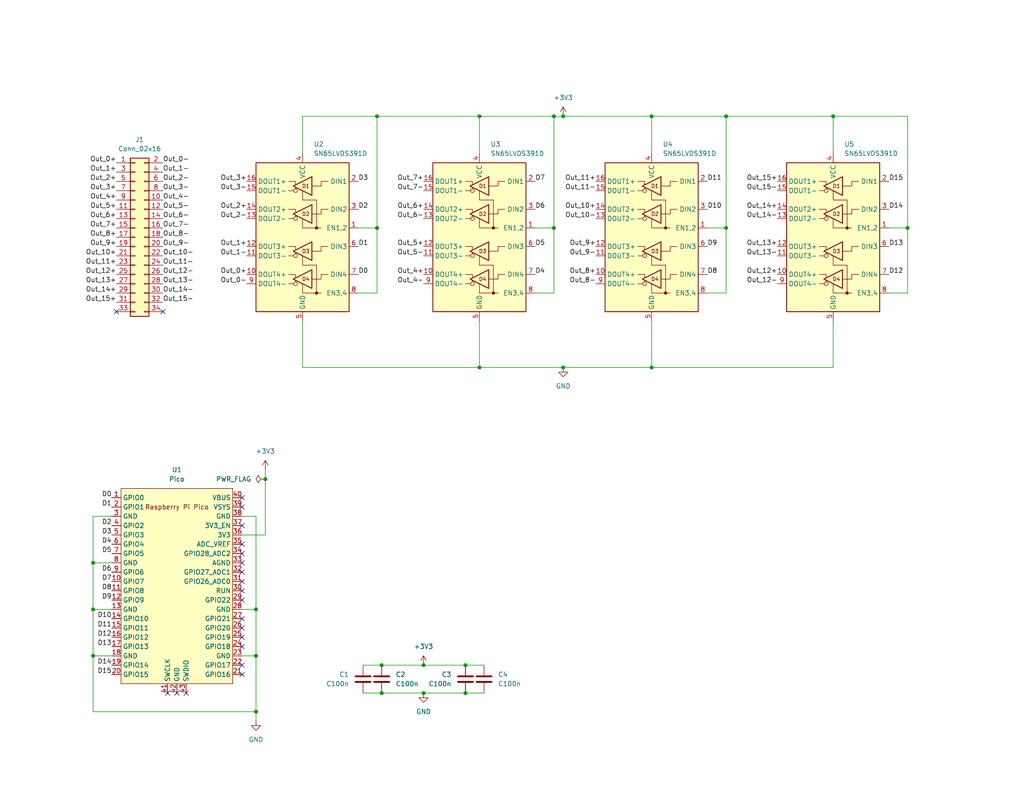
<source format=kicad_sch>
(kicad_sch (version 20231120) (generator "eeschema") (generator_version "8.0")
  (paper "USLetter")
  (title_block (title "PicoLVDS") (date "2025-02-20") (rev "2") (company "SpinQuest DAQ") (comment 1 "Noah Paladino"))
  (lib_symbols
    (symbol "Connector_Generic:Conn_02x17_Odd_Even" (pin_names (offset 1.016) hide)
      (property "Reference" "J" (at 1.27 22.86 0))
      (property "Value" "Conn_02x17_Odd_Even" (at 1.27 -22.86 0))
      (symbol "Conn_02x17_Odd_Even_1_1"
        (rectangle (start -1.27 -20.193) (end 0 -20.447) (stroke (width 0.1524)))
        (rectangle (start -1.27 -17.653) (end 0 -17.907) (stroke (width 0.1524)))
        (rectangle (start -1.27 -15.113) (end 0 -15.367) (stroke (width 0.1524)))
        (rectangle (start -1.27 -12.573) (end 0 -12.827) (stroke (width 0.1524)))
        (rectangle (start -1.27 -10.033) (end 0 -10.287) (stroke (width 0.1524)))
        (rectangle (start -1.27 -7.493) (end 0 -7.747) (stroke (width 0.1524)))
        (rectangle (start -1.27 -4.953) (end 0 -5.207) (stroke (width 0.1524)))
        (rectangle (start -1.27 -2.413) (end 0 -2.667) (stroke (width 0.1524)))
        (rectangle (start -1.27 0.127) (end 0 -0.127) (stroke (width 0.1524)))
        (rectangle (start -1.27 2.667) (end 0 2.413) (stroke (width 0.1524)))
        (rectangle (start -1.27 5.207) (end 0 4.953) (stroke (width 0.1524)))
        (rectangle (start -1.27 7.747) (end 0 7.493) (stroke (width 0.1524)))
        (rectangle (start -1.27 10.287) (end 0 10.033) (stroke (width 0.1524)))
        (rectangle (start -1.27 12.827) (end 0 12.573) (stroke (width 0.1524)))
        (rectangle (start -1.27 15.367) (end 0 15.113) (stroke (width 0.1524)))
        (rectangle (start -1.27 17.907) (end 0 17.653) (stroke (width 0.1524)))
        (rectangle (start -1.27 20.447) (end 0 20.193) (stroke (width 0.1524)))
        (rectangle (start -1.27 21.59) (end 3.81 -21.59) (stroke (width 0.254)) (fill (type background)))
        (rectangle (start 3.81 -20.193) (end 2.54 -20.447) (stroke (width 0.1524)))
        (rectangle (start 3.81 -17.653) (end 2.54 -17.907) (stroke (width 0.1524)))
        (rectangle (start 3.81 -15.113) (end 2.54 -15.367) (stroke (width 0.1524)))
        (rectangle (start 3.81 -12.573) (end 2.54 -12.827) (stroke (width 0.1524)))
        (rectangle (start 3.81 -10.033) (end 2.54 -10.287) (stroke (width 0.1524)))
        (rectangle (start 3.81 -7.493) (end 2.54 -7.747) (stroke (width 0.1524)))
        (rectangle (start 3.81 -4.953) (end 2.54 -5.207) (stroke (width 0.1524)))
        (rectangle (start 3.81 -2.413) (end 2.54 -2.667) (stroke (width 0.1524)))
        (rectangle (start 3.81 0.127) (end 2.54 -0.127) (stroke (width 0.1524)))
        (rectangle (start 3.81 2.667) (end 2.54 2.413) (stroke (width 0.1524)))
        (rectangle (start 3.81 5.207) (end 2.54 4.953) (stroke (width 0.1524)))
        (rectangle (start 3.81 7.747) (end 2.54 7.493) (stroke (width 0.1524)))
        (rectangle (start 3.81 10.287) (end 2.54 10.033) (stroke (width 0.1524)))
        (rectangle (start 3.81 12.827) (end 2.54 12.573) (stroke (width 0.1524)))
        (rectangle (start 3.81 15.367) (end 2.54 15.113) (stroke (width 0.1524)))
        (rectangle (start 3.81 17.907) (end 2.54 17.653) (stroke (width 0.1524)))
        (rectangle (start 3.81 20.447) (end 2.54 20.193) (stroke (width 0.1524)))
        (pin passive line (at -5.08 20.32 0) (length 3.81) (name "Pin_1") (number "1"))
        (pin passive line (at 7.62 10.16 180) (length 3.81) (name "Pin_10") (number "10"))
        (pin passive line (at -5.08 7.62 0) (length 3.81) (name "Pin_11") (number "11"))
        (pin passive line (at 7.62 7.62 180) (length 3.81) (name "Pin_12") (number "12"))
        (pin passive line (at -5.08 5.08 0) (length 3.81) (name "Pin_13") (number "13"))
        (pin passive line (at 7.62 5.08 180) (length 3.81) (name "Pin_14") (number "14"))
        (pin passive line (at -5.08 2.54 0) (length 3.81) (name "Pin_15") (number "15"))
        (pin passive line (at 7.62 2.54 180) (length 3.81) (name "Pin_16") (number "16"))
        (pin passive line (at -5.08 0 0) (length 3.81) (name "Pin_17") (number "17"))
        (pin passive line (at 7.62 0 180) (length 3.81) (name "Pin_18") (number "18"))
        (pin passive line (at -5.08 -2.54 0) (length 3.81) (name "Pin_19") (number "19"))
        (pin passive line (at 7.62 20.32 180) (length 3.81) (name "Pin_2") (number "2"))
        (pin passive line (at 7.62 -2.54 180) (length 3.81) (name "Pin_20") (number "20"))
        (pin passive line (at -5.08 -5.08 0) (length 3.81) (name "Pin_21") (number "21"))
        (pin passive line (at 7.62 -5.08 180) (length 3.81) (name "Pin_22") (number "22"))
        (pin passive line (at -5.08 -7.62 0) (length 3.81) (name "Pin_23") (number "23"))
        (pin passive line (at 7.62 -7.62 180) (length 3.81) (name "Pin_24") (number "24"))
        (pin passive line (at -5.08 -10.16 0) (length 3.81) (name "Pin_25") (number "25"))
        (pin passive line (at 7.62 -10.16 180) (length 3.81) (name "Pin_26") (number "26"))
        (pin passive line (at -5.08 -12.7 0) (length 3.81) (name "Pin_27") (number "27"))
        (pin passive line (at 7.62 -12.7 180) (length 3.81) (name "Pin_28") (number "28"))
        (pin passive line (at -5.08 -15.24 0) (length 3.81) (name "Pin_29") (number "29"))
        (pin passive line (at -5.08 17.78 0) (length 3.81) (name "Pin_3") (number "3"))
        (pin passive line (at 7.62 -15.24 180) (length 3.81) (name "Pin_30") (number "30"))
        (pin passive line (at -5.08 -17.78 0) (length 3.81) (name "Pin_31") (number "31"))
        (pin passive line (at 7.62 -17.78 180) (length 3.81) (name "Pin_32") (number "32"))
        (pin passive line (at -5.08 -20.32 0) (length 3.81) (name "Pin_33") (number "33"))
        (pin passive line (at 7.62 -20.32 180) (length 3.81) (name "Pin_34") (number "34"))
        (pin passive line (at 7.62 17.78 180) (length 3.81) (name "Pin_4") (number "4"))
        (pin passive line (at -5.08 15.24 0) (length 3.81) (name "Pin_5") (number "5"))
        (pin passive line (at 7.62 15.24 180) (length 3.81) (name "Pin_6") (number "6"))
        (pin passive line (at -5.08 12.7 0) (length 3.81) (name "Pin_7") (number "7"))
        (pin passive line (at 7.62 12.7 180) (length 3.81) (name "Pin_8") (number "8"))
        (pin passive line (at -5.08 10.16 0) (length 3.81) (name "Pin_9") (number "9"))
      )
    )
    (symbol "Device:C" (pin_numbers hide) (pin_names (offset 0.254))
      (property "Reference" "C" (at 0.635 2.54 0))
      (property "Value" "C" (at 0.635 -2.54 0))
      (symbol "C_0_1"
        (polyline (pts (xy -2.032 -0.762) (xy 2.032 -0.762)) (stroke (width 0.508)))
        (polyline (pts (xy -2.032 0.762) (xy 2.032 0.762)) (stroke (width 0.508)))
      )
      (symbol "C_1_1"
        (pin passive line (at 0 3.81 270) (length 2.794) (name "~") (number "1"))
        (pin passive line (at 0 -3.81 90) (length 2.794) (name "~") (number "2"))
      )
    )
    (symbol "Kria_Board_Parts:SN65LVDS391D"
      (property "Reference" "U" (at -4.064 23.622 0))
      (property "Value" "SN65LVDS391D" (at -11.43 21.59 0))
      (symbol "SN65LVDS391D_0_1"
        (polyline (pts (xy 1.905 -12.192) (xy 1.905 -11.811)))
        (polyline (pts (xy 1.905 -4.572) (xy 1.905 -4.191)))
        (polyline (pts (xy 1.905 5.588) (xy 1.905 5.969)))
        (polyline (pts (xy 1.905 13.208) (xy 1.905 13.589)))
        (polyline (pts (xy -3.81 10.16) (xy -3.81 2.54) (xy -5.08 2.54)))
        (polyline (pts (xy 0 12.7) (xy 0 10.16) (xy -3.81 10.16)))
        (polyline (pts (xy 3.81 -2.54) (xy 1.905 -2.54) (xy 1.905 -3.429)))
        (polyline (pts (xy 0 -15.24) (xy -2.54 -15.24) (xy -3.81 -15.24) (xy -3.81 -7.62)))
      )
      (symbol "SN65LVDS391D_1_0"
        (rectangle (start -12.7 20.32) (end 12.7 -20.32) (stroke (width 0.254)) (fill (type background)))
        (circle (center -3.81 -15.24) (radius 0.3556) (fill (type outline)))
        (circle (center -3.81 2.54) (radius 0.3556) (fill (type outline)))
        (polyline (pts (xy 0 -15.24) (xy 0 -12.7)))
        (polyline (pts (xy 3.81 -12.7) (xy 2.413 -12.7)))
        (polyline (pts (xy 3.81 -5.08) (xy 2.413 -5.08)))
        (polyline (pts (xy 3.81 5.08) (xy 2.413 5.08)))
        (polyline (pts (xy 3.81 12.7) (xy 2.413 12.7)))
        (polyline (pts (xy -3.81 -7.62) (xy 0 -7.62) (xy 0 -5.08)))
        (polyline (pts (xy -3.81 2.54) (xy 0 2.54) (xy 0 5.08)))
        (polyline (pts (xy 1.905 -11.049) (xy 1.905 -10.16) (xy 3.81 -10.16)))
        (polyline (pts (xy 1.905 6.731) (xy 1.905 7.62) (xy 3.81 7.62)))
        (polyline (pts (xy 1.905 14.351) (xy 1.905 15.24) (xy 3.81 15.24)))
        (polyline (pts (xy -2.54 -11.43) (xy -5.08 -11.43) (xy -5.08 -10.16) (xy -6.985 -10.16)))
        (polyline (pts (xy -2.54 -3.81) (xy -5.08 -3.81) (xy -5.08 -2.54) (xy -6.985 -2.54)))
        (polyline (pts (xy -2.54 6.35) (xy -5.08 6.35) (xy -5.08 7.62) (xy -6.985 7.62)))
        (polyline (pts (xy -2.54 13.97) (xy -5.08 13.97) (xy -5.08 15.24) (xy -6.985 15.24)))
        (circle (center 1.905 -12.7) (radius 0.508))
        (circle (center 1.905 -5.08) (radius 0.508))
        (circle (center 1.905 5.08) (radius 0.508))
        (circle (center 1.905 12.7) (radius 0.508))
        (text "D1" (at -0.889 13.97 0) (effects (font (size 1.016 1.016))))
        (text "D2" (at -0.889 6.35 0) (effects (font (size 1.016 1.016))))
        (text "D3" (at -0.889 -3.81 0) (effects (font (size 1.016 1.016))))
        (text "D4" (at -0.889 -11.43 0) (effects (font (size 1.016 1.016))))
      )
      (symbol "SN65LVDS391D_1_1"
        (polyline (pts (xy -5.08 -15.24) (xy -3.81 -15.24)))
        (polyline (pts (xy -2.54 -8.89) (xy -2.54 -13.97) (xy 2.54 -11.43) (xy -2.54 -8.89)) (stroke (width 0.254)))
        (polyline (pts (xy -2.54 -1.27) (xy -2.54 -6.35) (xy 2.54 -3.81) (xy -2.54 -1.27)) (stroke (width 0.254)))
        (polyline (pts (xy -2.54 8.89) (xy -2.54 3.81) (xy 2.54 6.35) (xy -2.54 8.89)) (stroke (width 0.254)))
        (polyline (pts (xy -2.54 16.51) (xy -2.54 11.43) (xy 2.54 13.97) (xy -2.54 16.51)) (stroke (width 0.254)))
        (pin input line (at -15.24 2.54 0) (length 2.54) (name "EN1,2") (number "1"))
        (pin output line (at 15.24 -10.16 180) (length 2.54) (name "DOUT4+") (number "10"))
        (pin output line (at 15.24 -5.08 180) (length 2.54) (name "DOUT3-") (number "11"))
        (pin output line (at 15.24 -2.54 180) (length 2.54) (name "DOUT3+") (number "12"))
        (pin output line (at 15.24 5.08 180) (length 2.54) (name "DOUT2-") (number "13"))
        (pin output line (at 15.24 7.62 180) (length 2.54) (name "DOUT2+") (number "14"))
        (pin output line (at 15.24 12.7 180) (length 2.54) (name "DOUT1-") (number "15"))
        (pin output line (at 15.24 15.24 180) (length 2.54) (name "DOUT1+") (number "16"))
        (pin input line (at -15.24 15.24 0) (length 2.54) (name "DIN1") (number "2"))
        (pin input line (at -15.24 7.62 0) (length 2.54) (name "DIN2") (number "3"))
        (pin power_in line (at 0 22.86 270) (length 2.54) (name "VCC") (number "4"))
        (pin power_in line (at 0 -22.86 90) (length 2.54) (name "GND") (number "5"))
        (pin input line (at -15.24 -2.54 0) (length 2.54) (name "DIN3") (number "6"))
        (pin input line (at -15.24 -10.16 0) (length 2.54) (name "DIN4") (number "7"))
        (pin input line (at -15.24 -15.24 0) (length 2.54) (name "EN3,4") (number "8"))
        (pin output line (at 15.24 -12.7 180) (length 2.54) (name "DOUT4-") (number "9"))
      )
    )
    (symbol "MCU_RaspberryPi_and_Boards:Pico"
      (property "Reference" "U" (at -13.97 27.94 0))
      (property "Value" "Pico" (at 0 19.05 0))
      (symbol "Pico_0_0"
        (text "Raspberry Pi Pico" (at 0 21.59 0) (effects (font (size 1.27 1.27))))
      )
      (symbol "Pico_0_1"
        (rectangle (start -15.24 26.67) (end 15.24 -26.67) (fill (type background)))
      )
      (symbol "Pico_1_1"
        (pin bidirectional line (at -17.78 24.13 0) (length 2.54) (name "GPIO0") (number "1"))
        (pin bidirectional line (at -17.78 1.27 0) (length 2.54) (name "GPIO7") (number "10"))
        (pin bidirectional line (at -17.78 -1.27 0) (length 2.54) (name "GPIO8") (number "11"))
        (pin bidirectional line (at -17.78 -3.81 0) (length 2.54) (name "GPIO9") (number "12"))
        (pin power_in line (at -17.78 -6.35 0) (length 2.54) (name "GND") (number "13"))
        (pin bidirectional line (at -17.78 -8.89 0) (length 2.54) (name "GPIO10") (number "14"))
        (pin bidirectional line (at -17.78 -11.43 0) (length 2.54) (name "GPIO11") (number "15"))
        (pin bidirectional line (at -17.78 -13.97 0) (length 2.54) (name "GPIO12") (number "16"))
        (pin bidirectional line (at -17.78 -16.51 0) (length 2.54) (name "GPIO13") (number "17"))
        (pin power_in line (at -17.78 -19.05 0) (length 2.54) (name "GND") (number "18"))
        (pin bidirectional line (at -17.78 -21.59 0) (length 2.54) (name "GPIO14") (number "19"))
        (pin bidirectional line (at -17.78 21.59 0) (length 2.54) (name "GPIO1") (number "2"))
        (pin bidirectional line (at -17.78 -24.13 0) (length 2.54) (name "GPIO15") (number "20"))
        (pin bidirectional line (at 17.78 -24.13 180) (length 2.54) (name "GPIO16") (number "21"))
        (pin bidirectional line (at 17.78 -21.59 180) (length 2.54) (name "GPIO17") (number "22"))
        (pin power_in line (at 17.78 -19.05 180) (length 2.54) (name "GND") (number "23"))
        (pin bidirectional line (at 17.78 -16.51 180) (length 2.54) (name "GPIO18") (number "24"))
        (pin bidirectional line (at 17.78 -13.97 180) (length 2.54) (name "GPIO19") (number "25"))
        (pin bidirectional line (at 17.78 -11.43 180) (length 2.54) (name "GPIO20") (number "26"))
        (pin bidirectional line (at 17.78 -8.89 180) (length 2.54) (name "GPIO21") (number "27"))
        (pin power_in line (at 17.78 -6.35 180) (length 2.54) (name "GND") (number "28"))
        (pin bidirectional line (at 17.78 -3.81 180) (length 2.54) (name "GPIO22") (number "29"))
        (pin power_in line (at -17.78 19.05 0) (length 2.54) (name "GND") (number "3"))
        (pin input line (at 17.78 -1.27 180) (length 2.54) (name "RUN") (number "30"))
        (pin bidirectional line (at 17.78 1.27 180) (length 2.54) (name "GPIO26_ADC0") (number "31"))
        (pin bidirectional line (at 17.78 3.81 180) (length 2.54) (name "GPIO27_ADC1") (number "32"))
        (pin power_in line (at 17.78 6.35 180) (length 2.54) (name "AGND") (number "33"))
        (pin bidirectional line (at 17.78 8.89 180) (length 2.54) (name "GPIO28_ADC2") (number "34"))
        (pin power_in line (at 17.78 11.43 180) (length 2.54) (name "ADC_VREF") (number "35"))
        (pin power_in line (at 17.78 13.97 180) (length 2.54) (name "3V3") (number "36"))
        (pin input line (at 17.78 16.51 180) (length 2.54) (name "3V3_EN") (number "37"))
        (pin bidirectional line (at 17.78 19.05 180) (length 2.54) (name "GND") (number "38"))
        (pin power_in line (at 17.78 21.59 180) (length 2.54) (name "VSYS") (number "39"))
        (pin bidirectional line (at -17.78 16.51 0) (length 2.54) (name "GPIO2") (number "4"))
        (pin power_in line (at 17.78 24.13 180) (length 2.54) (name "VBUS") (number "40"))
        (pin input line (at -2.54 -29.21 90) (length 2.54) (name "SWCLK") (number "41"))
        (pin power_in line (at 0 -29.21 90) (length 2.54) (name "GND") (number "42"))
        (pin bidirectional line (at 2.54 -29.21 90) (length 2.54) (name "SWDIO") (number "43"))
        (pin bidirectional line (at -17.78 13.97 0) (length 2.54) (name "GPIO3") (number "5"))
        (pin bidirectional line (at -17.78 11.43 0) (length 2.54) (name "GPIO4") (number "6"))
        (pin bidirectional line (at -17.78 8.89 0) (length 2.54) (name "GPIO5") (number "7"))
        (pin power_in line (at -17.78 6.35 0) (length 2.54) (name "GND") (number "8"))
        (pin bidirectional line (at -17.78 3.81 0) (length 2.54) (name "GPIO6") (number "9"))
      )
    )
    (symbol "power:+3V3" (power) (pin_numbers hide) (pin_names (offset 0) hide)
      (property "Value" "+3V3" (at 0 3.556 0))
      (symbol "+3V3_0_1"
        (polyline (pts (xy -0.762 1.27) (xy 0 2.54)))
        (polyline (pts (xy 0 0) (xy 0 2.54)))
        (polyline (pts (xy 0 2.54) (xy 0.762 1.27)))
      )
      (symbol "+3V3_1_1"
        (pin power_in line (at 0 0 90) (length 0) (name "~") (number "1"))
      )
    )
    (symbol "power:GND" (power) (pin_numbers hide) (pin_names (offset 0) hide)
      (property "Value" "GND" (at 0 -3.81 0))
      (symbol "GND_0_1"
        (polyline (pts (xy 0 0) (xy 0 -1.27) (xy 1.27 -1.27) (xy 0 -2.54) (xy -1.27 -1.27) (xy 0 -1.27)))
      )
      (symbol "GND_1_1"
        (pin power_in line (at 0 0 270) (length 0) (name "~") (number "1"))
      )
    )
    (symbol "power:PWR_FLAG" (power) (pin_numbers hide) (pin_names (offset 0) hide)
      (property "Value" "PWR_FLAG" (at 0 3.81 0))
      (symbol "PWR_FLAG_0_0"
        (pin power_out line (at 0 0 90) (length 0) (name "~") (number "1"))
      )
      (symbol "PWR_FLAG_0_1"
        (polyline (pts (xy 0 0) (xy 0 1.27) (xy -1.016 1.905) (xy 0 2.54) (xy 1.016 1.905) (xy 0 1.27)))
      )
    )
  )
  (junction (at 25.4 166.37))
  (junction (at 130.81 100.33))
  (junction (at 69.85 194.31))
  (junction (at 25.4 153.67))
  (junction (at 115.57 189.23))
  (junction (at 104.14 181.61))
  (junction (at 102.87 31.75))
  (junction (at 177.8 31.75))
  (junction (at 198.12 62.23))
  (junction (at 247.65 62.23))
  (junction (at 127 189.23))
  (junction (at 69.85 166.37))
  (junction (at 115.57 181.61))
  (junction (at 104.14 189.23))
  (junction (at 153.67 31.75))
  (junction (at 153.67 100.33))
  (junction (at 151.13 62.23))
  (junction (at 130.81 31.75))
  (junction (at 25.4 179.07))
  (junction (at 198.12 31.75))
  (junction (at 102.87 62.23))
  (junction (at 69.85 179.07))
  (junction (at 151.13 31.75))
  (junction (at 72.39 130.81))
  (junction (at 127 181.61))
  (junction (at 227.33 31.75))
  (junction (at 177.8 100.33))
  (no_connect (at 66.04 168.91))
  (no_connect (at 66.04 138.43))
  (no_connect (at 66.04 161.29))
  (no_connect (at 66.04 171.45))
  (no_connect (at 66.04 151.13))
  (no_connect (at 66.04 148.59))
  (no_connect (at 48.26 189.23))
  (no_connect (at 66.04 184.15))
  (no_connect (at 50.8 189.23))
  (no_connect (at 66.04 163.83))
  (no_connect (at 66.04 173.99))
  (no_connect (at 66.04 143.51))
  (no_connect (at 44.45 85.09))
  (no_connect (at 66.04 181.61))
  (no_connect (at 45.72 189.23))
  (no_connect (at 66.04 135.89))
  (no_connect (at 66.04 158.75))
  (no_connect (at 66.04 176.53))
  (no_connect (at 66.04 153.67))
  (no_connect (at 31.75 85.09))
  (no_connect (at 66.04 156.21))
  (wire (pts (xy 198.12 31.75) (xy 227.33 31.75)))
  (wire (pts (xy 82.55 87.63) (xy 82.55 100.33)))
  (wire (pts (xy 30.48 140.97) (xy 25.4 140.97)))
  (wire (pts (xy 146.05 80.01) (xy 151.13 80.01)))
  (wire (pts (xy 25.4 166.37) (xy 25.4 179.07)))
  (wire (pts (xy 25.4 166.37) (xy 30.48 166.37)))
  (wire (pts (xy 247.65 31.75) (xy 227.33 31.75)))
  (wire (pts (xy 99.06 189.23) (xy 104.14 189.23)))
  (wire (pts (xy 242.57 80.01) (xy 247.65 80.01)))
  (wire (pts (xy 153.67 100.33) (xy 177.8 100.33)))
  (wire (pts (xy 115.57 181.61) (xy 127 181.61)))
  (wire (pts (xy 227.33 100.33) (xy 227.33 87.63)))
  (wire (pts (xy 104.14 181.61) (xy 115.57 181.61)))
  (wire (pts (xy 82.55 31.75) (xy 102.87 31.75)))
  (wire (pts (xy 198.12 31.75) (xy 198.12 62.23)))
  (wire (pts (xy 127 181.61) (xy 132.08 181.61)))
  (wire (pts (xy 151.13 80.01) (xy 151.13 62.23)))
  (wire (pts (xy 69.85 140.97) (xy 66.04 140.97)))
  (wire (pts (xy 97.79 80.01) (xy 102.87 80.01)))
  (wire (pts (xy 130.81 87.63) (xy 130.81 100.33)))
  (wire (pts (xy 25.4 153.67) (xy 25.4 166.37)))
  (wire (pts (xy 66.04 166.37) (xy 69.85 166.37)))
  (wire (pts (xy 115.57 189.23) (xy 127 189.23)))
  (wire (pts (xy 153.67 31.75) (xy 177.8 31.75)))
  (wire (pts (xy 102.87 31.75) (xy 130.81 31.75)))
  (wire (pts (xy 177.8 100.33) (xy 227.33 100.33)))
  (wire (pts (xy 99.06 181.61) (xy 104.14 181.61)))
  (wire (pts (xy 127 189.23) (xy 132.08 189.23)))
  (wire (pts (xy 130.81 31.75) (xy 130.81 41.91)))
  (wire (pts (xy 177.8 87.63) (xy 177.8 100.33)))
  (wire (pts (xy 198.12 62.23) (xy 198.12 80.01)))
  (wire (pts (xy 242.57 62.23) (xy 247.65 62.23)))
  (wire (pts (xy 247.65 80.01) (xy 247.65 62.23)))
  (wire (pts (xy 72.39 130.81) (xy 72.39 146.05)))
  (wire (pts (xy 227.33 31.75) (xy 227.33 41.91)))
  (wire (pts (xy 66.04 146.05) (xy 72.39 146.05)))
  (wire (pts (xy 25.4 153.67) (xy 30.48 153.67)))
  (wire (pts (xy 25.4 140.97) (xy 25.4 153.67)))
  (wire (pts (xy 177.8 31.75) (xy 177.8 41.91)))
  (wire (pts (xy 151.13 62.23) (xy 151.13 31.75)))
  (wire (pts (xy 130.81 100.33) (xy 153.67 100.33)))
  (wire (pts (xy 146.05 62.23) (xy 151.13 62.23)))
  (wire (pts (xy 82.55 41.91) (xy 82.55 31.75)))
  (wire (pts (xy 66.04 179.07) (xy 69.85 179.07)))
  (wire (pts (xy 104.14 189.23) (xy 115.57 189.23)))
  (wire (pts (xy 72.39 128.27) (xy 72.39 130.81)))
  (wire (pts (xy 25.4 194.31) (xy 69.85 194.31)))
  (wire (pts (xy 102.87 62.23) (xy 102.87 80.01)))
  (wire (pts (xy 193.04 80.01) (xy 198.12 80.01)))
  (wire (pts (xy 151.13 31.75) (xy 153.67 31.75)))
  (wire (pts (xy 102.87 31.75) (xy 102.87 62.23)))
  (wire (pts (xy 247.65 62.23) (xy 247.65 31.75)))
  (wire (pts (xy 82.55 100.33) (xy 130.81 100.33)))
  (wire (pts (xy 69.85 179.07) (xy 69.85 166.37)))
  (wire (pts (xy 193.04 62.23) (xy 198.12 62.23)))
  (wire (pts (xy 69.85 196.85) (xy 69.85 194.31)))
  (wire (pts (xy 25.4 179.07) (xy 25.4 194.31)))
  (wire (pts (xy 177.8 31.75) (xy 198.12 31.75)))
  (wire (pts (xy 97.79 62.23) (xy 102.87 62.23)))
  (wire (pts (xy 25.4 179.07) (xy 30.48 179.07)))
  (wire (pts (xy 69.85 140.97) (xy 69.85 166.37)))
  (wire (pts (xy 69.85 194.31) (xy 69.85 179.07)))
  (wire (pts (xy 130.81 31.75) (xy 151.13 31.75)))
  (label "Out_1-" (at 44.45 46.99 0))
  (label "D14" (at 30.48 181.61 180))
  (label "D3" (at 97.79 49.53 0))
  (label "Out_13+" (at 212.09 67.31 180))
  (label "Out_3-" (at 44.45 52.07 0))
  (label "Out_15-" (at 212.09 52.07 180))
  (label "Out_6+" (at 31.75 59.69 180))
  (label "D10" (at 30.48 168.91 180))
  (label "D13" (at 30.48 176.53 180))
  (label "D1" (at 97.79 67.31 0))
  (label "D12" (at 242.57 74.93 0))
  (label "Out_5-" (at 44.45 57.15 0))
  (label "Out_6-" (at 115.57 59.69 180))
  (label "Out_3-" (at 67.31 52.07 180))
  (label "Out_3+" (at 31.75 52.07 180))
  (label "Out_0+" (at 31.75 44.45 180))
  (label "Out_10+" (at 31.75 69.85 180))
  (label "D15" (at 30.48 184.15 180))
  (label "Out_14-" (at 212.09 59.69 180))
  (label "D4" (at 30.48 148.59 180))
  (label "D0" (at 97.79 74.93 0))
  (label "Out_6-" (at 44.45 59.69 0))
  (label "Out_10-" (at 162.56 59.69 180))
  (label "D0" (at 30.48 135.89 180))
  (label "D13" (at 242.57 67.31 0))
  (label "Out_2+" (at 67.31 57.15 180))
  (label "Out_5-" (at 115.57 69.85 180))
  (label "D8" (at 30.48 161.29 180))
  (label "Out_2-" (at 44.45 49.53 0))
  (label "Out_14-" (at 44.45 80.01 0))
  (label "D1" (at 30.48 138.43 180))
  (label "D9" (at 193.04 67.31 0))
  (label "D2" (at 30.48 143.51 180))
  (label "Out_2+" (at 31.75 49.53 180))
  (label "Out_15-" (at 44.45 82.55 0))
  (label "D5" (at 30.48 151.13 180))
  (label "Out_13+" (at 31.75 77.47 180))
  (label "D14" (at 242.57 57.15 0))
  (label "Out_4-" (at 115.57 77.47 180))
  (label "Out_14+" (at 31.75 80.01 180))
  (label "D12" (at 30.48 173.99 180))
  (label "Out_12+" (at 31.75 74.93 180))
  (label "Out_0+" (at 67.31 74.93 180))
  (label "Out_15+" (at 212.09 49.53 180))
  (label "Out_13-" (at 44.45 77.47 0))
  (label "Out_11+" (at 31.75 72.39 180))
  (label "D10" (at 193.04 57.15 0))
  (label "Out_7+" (at 115.57 49.53 180))
  (label "Out_2-" (at 67.31 59.69 180))
  (label "Out_7-" (at 44.45 62.23 0))
  (label "D5" (at 146.05 67.31 0))
  (label "Out_9+" (at 162.56 67.31 180))
  (label "Out_3+" (at 67.31 49.53 180))
  (label "Out_13-" (at 212.09 69.85 180))
  (label "Out_10-" (at 44.45 69.85 0))
  (label "D4" (at 146.05 74.93 0))
  (label "D15" (at 242.57 49.53 0))
  (label "D6" (at 146.05 57.15 0))
  (label "Out_8-" (at 162.56 77.47 180))
  (label "Out_8+" (at 162.56 74.93 180))
  (label "D8" (at 193.04 74.93 0))
  (label "Out_12+" (at 212.09 74.93 180))
  (label "Out_12-" (at 212.09 77.47 180))
  (label "Out_7-" (at 115.57 52.07 180))
  (label "D7" (at 146.05 49.53 0))
  (label "Out_6+" (at 115.57 57.15 180))
  (label "Out_4+" (at 31.75 54.61 180))
  (label "D3" (at 30.48 146.05 180))
  (label "Out_8-" (at 44.45 64.77 0))
  (label "Out_11-" (at 162.56 52.07 180))
  (label "Out_7+" (at 31.75 62.23 180))
  (label "Out_8+" (at 31.75 64.77 180))
  (label "Out_10+" (at 162.56 57.15 180))
  (label "Out_9+" (at 31.75 67.31 180))
  (label "D11" (at 30.48 171.45 180))
  (label "Out_15+" (at 31.75 82.55 180))
  (label "D11" (at 193.04 49.53 0))
  (label "Out_1-" (at 67.31 69.85 180))
  (label "Out_11+" (at 162.56 49.53 180))
  (label "Out_12-" (at 44.45 74.93 0))
  (label "Out_4-" (at 44.45 54.61 0))
  (label "Out_5+" (at 115.57 67.31 180))
  (label "Out_0-" (at 67.31 77.47 180))
  (label "Out_0-" (at 44.45 44.45 0))
  (label "Out_1+" (at 31.75 46.99 180))
  (label "Out_9-" (at 44.45 67.31 0))
  (label "Out_11-" (at 44.45 72.39 0))
  (label "Out_1+" (at 67.31 67.31 180))
  (label "Out_4+" (at 115.57 74.93 180))
  (label "D2" (at 97.79 57.15 0))
  (label "Out_5+" (at 31.75 57.15 180))
  (label "D9" (at 30.48 163.83 180))
  (label "Out_9-" (at 162.56 69.85 180))
  (label "Out_14+" (at 212.09 57.15 180))
  (label "D7" (at 30.48 158.75 180))
  (label "D6" (at 30.48 156.21 180))
  (symbol (lib_id "Device:C") (at 104.14 185.42 0) (unit 1)
    (property "Reference" "C2" (at 107.95 184.1499 0) (effects (justify left)))
    (property "Value" "C100n" (at 107.95 186.6899 0) (effects (justify left)))
    (property "Footprint" "Capacitor_SMD:C_0402_1005Metric_Pad0.74x0.62mm_HandSolder" (effects (hide yes)))
    (property "Description" "Unpolarized capacitor" (effects (hide yes)))
  )
  (symbol (lib_id "Device:C") (at 132.08 185.42 0) (unit 1)
    (property "Reference" "C4" (at 135.89 184.1499 0) (effects (justify left)))
    (property "Value" "C100n" (at 135.89 186.6899 0) (effects (justify left)))
    (property "Footprint" "Capacitor_SMD:C_0402_1005Metric_Pad0.74x0.62mm_HandSolder" (effects (hide yes)))
    (property "Description" "Unpolarized capacitor" (effects (hide yes)))
  )
  (symbol (lib_id "Kria_Board_Parts:SN65LVDS391D") (at 130.81 64.77 0) (mirror y) (unit 1)
    (property "Reference" "U3" (at 133.8265 39.37 0) (effects (justify right)))
    (property "Value" "SN65LVDS391D" (at 133.8265 41.91 0) (effects (justify right)))
    (property "Footprint" "Package_SO:SOIC-16_3.9x9.9mm_P1.27mm" (effects (hide yes)))
  )
  (symbol (lib_id "power:+3V3") (at 115.57 181.61 0) (unit 1)
    (property "Reference" "#PWR03" (effects (hide yes)))
    (property "Value" "+3V3" (at 115.57 176.53 0))
    (property "Description" "Power symbol creates a global label with name \"+3V3\"" (effects (hide yes)))
  )
  (symbol (lib_id "power:PWR_FLAG") (at 72.39 130.81 90) (unit 1)
    (property "Reference" "#FLG01" (effects (hide yes)))
    (property "Value" "PWR_FLAG" (at 68.58 130.8099 90) (effects (justify left)))
    (property "Description" "Special symbol for telling ERC where power comes from" (effects (hide yes)))
  )
  (symbol (lib_id "Kria_Board_Parts:SN65LVDS391D") (at 82.55 64.77 0) (mirror y) (unit 1)
    (property "Reference" "U2" (at 85.5665 39.37 0) (effects (justify right)))
    (property "Value" "SN65LVDS391D" (at 85.5665 41.91 0) (effects (justify right)))
    (property "Footprint" "Package_SO:SOIC-16_3.9x9.9mm_P1.27mm" (effects (hide yes)))
  )
  (symbol (lib_id "Connector_Generic:Conn_02x17_Odd_Even") (at 36.83 64.77 0) (unit 1)
    (property "Reference" "J1" (at 38.1 38.1 0))
    (property "Value" "Conn_02x16" (at 38.1 40.64 0))
    (property "Footprint" "Kria_Board_Parts:PinHeader_2x17_P2.54mm_Vertical_ECL" (effects (hide yes)))
    (property "Description" "Generic connector, double row, 02x17, odd/even pin numbering scheme (row 1 odd numbers, row 2 even numbers), script generated (kicad-library-utils/schlib/autogen/connector/)" (effects (hide yes)))
  )
  (symbol (lib_id "power:GND") (at 115.57 189.23 0) (unit 1)
    (property "Reference" "#PWR04" (effects (hide yes)))
    (property "Value" "GND" (at 115.57 194.31 0))
    (property "Description" "Power symbol creates a global label with name \"GND\" , ground" (effects (hide yes)))
  )
  (symbol (lib_id "power:GND") (at 69.85 196.85 0) (unit 1)
    (property "Reference" "#PWR01" (effects (hide yes)))
    (property "Value" "GND" (at 69.85 201.93 0))
    (property "Description" "Power symbol creates a global label with name \"GND\" , ground" (effects (hide yes)))
  )
  (symbol (lib_id "Kria_Board_Parts:SN65LVDS391D") (at 177.8 64.77 0) (mirror y) (unit 1)
    (property "Reference" "U4" (at 180.8165 39.37 0) (effects (justify right)))
    (property "Value" "SN65LVDS391D" (at 180.8165 41.91 0) (effects (justify right)))
    (property "Footprint" "Package_SO:SOIC-16_3.9x9.9mm_P1.27mm" (effects (hide yes)))
  )
  (symbol (lib_id "power:+3V3") (at 72.39 128.27 0) (unit 1)
    (property "Reference" "#PWR02" (effects (hide yes)))
    (property "Value" "+3V3" (at 72.39 123.19 0))
    (property "Description" "Power symbol creates a global label with name \"+3V3\"" (effects (hide yes)))
  )
  (symbol (lib_id "MCU_RaspberryPi_and_Boards:Pico") (at 48.26 160.02 0) (unit 1)
    (property "Reference" "U1" (at 48.26 128.27 0))
    (property "Value" "Pico" (at 48.26 130.81 0))
    (property "Footprint" "RPi_Pico:RPi_Pico_SMD_TH" (effects (hide yes)))
  )
  (symbol (lib_id "Device:C") (at 99.06 185.42 0) (mirror y) (unit 1)
    (property "Reference" "C1" (at 95.25 184.1499 0) (effects (justify left)))
    (property "Value" "C100n" (at 95.25 186.6899 0) (effects (justify left)))
    (property "Footprint" "Capacitor_SMD:C_0402_1005Metric_Pad0.74x0.62mm_HandSolder" (effects (hide yes)))
    (property "Description" "Unpolarized capacitor" (effects (hide yes)))
  )
  (symbol (lib_id "power:+3V3") (at 153.67 31.75 0) (unit 1)
    (property "Reference" "#PWR05" (effects (hide yes)))
    (property "Value" "+3V3" (at 153.67 26.67 0))
    (property "Description" "Power symbol creates a global label with name \"+3V3\"" (effects (hide yes)))
  )
  (symbol (lib_id "Device:C") (at 127 185.42 0) (mirror y) (unit 1)
    (property "Reference" "C3" (at 123.19 184.1499 0) (effects (justify left)))
    (property "Value" "C100n" (at 123.19 186.6899 0) (effects (justify left)))
    (property "Footprint" "Capacitor_SMD:C_0402_1005Metric_Pad0.74x0.62mm_HandSolder" (effects (hide yes)))
    (property "Description" "Unpolarized capacitor" (effects (hide yes)))
  )
  (symbol (lib_id "power:GND") (at 153.67 100.33 0) (unit 1)
    (property "Reference" "#PWR06" (effects (hide yes)))
    (property "Value" "GND" (at 153.67 105.41 0))
    (property "Description" "Power symbol creates a global label with name \"GND\" , ground" (effects (hide yes)))
  )
  (symbol (lib_id "Kria_Board_Parts:SN65LVDS391D") (at 227.33 64.77 0) (mirror y) (unit 1)
    (property "Reference" "U5" (at 230.3465 39.37 0) (effects (justify right)))
    (property "Value" "SN65LVDS391D" (at 230.3465 41.91 0) (effects (justify right)))
    (property "Footprint" "Package_SO:SOIC-16_3.9x9.9mm_P1.27mm" (effects (hide yes)))
  )
)
</source>
